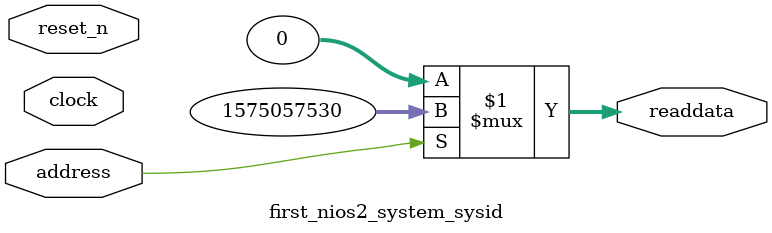
<source format=v>



// synthesis translate_off
`timescale 1ns / 1ps
// synthesis translate_on

// turn off superfluous verilog processor warnings 
// altera message_level Level1 
// altera message_off 10034 10035 10036 10037 10230 10240 10030 

module first_nios2_system_sysid (
               // inputs:
                address,
                clock,
                reset_n,

               // outputs:
                readdata
             )
;

  output  [ 31: 0] readdata;
  input            address;
  input            clock;
  input            reset_n;

  wire    [ 31: 0] readdata;
  //control_slave, which is an e_avalon_slave
  assign readdata = address ? 1575057530 : 0;

endmodule



</source>
